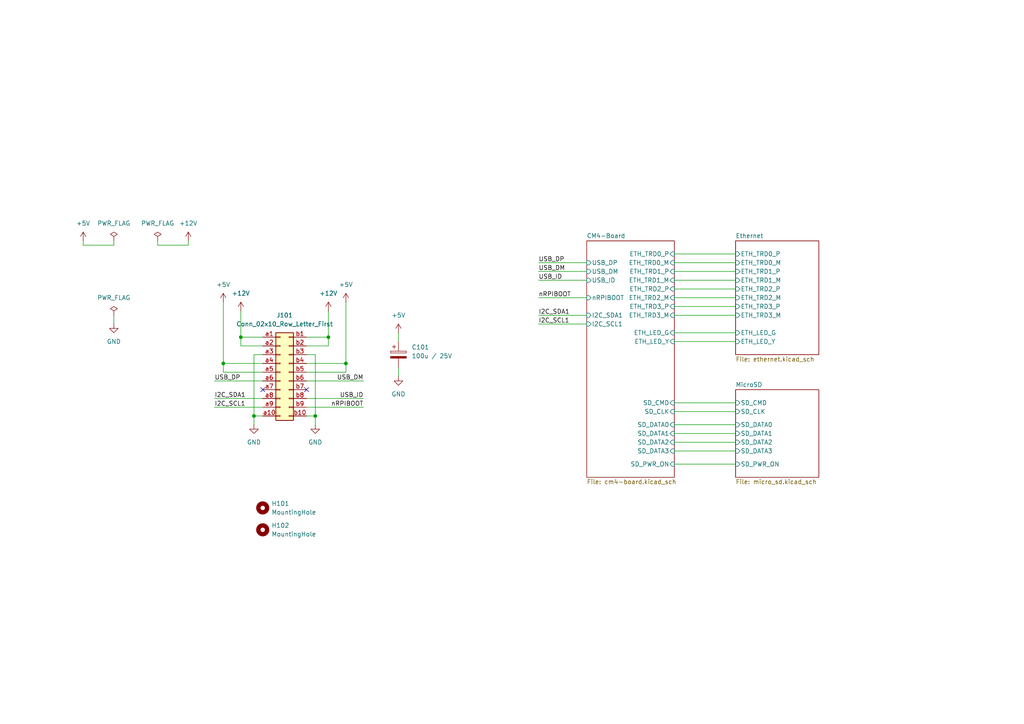
<source format=kicad_sch>
(kicad_sch (version 20250114) (generator "eeschema") (generator_version "9.0")
  (paper "A4")
  (title_block (title "Bus Connector") (rev "<<HASH>>") (company "Amateurfunkclub für Remote Stationen"))
  (lib_symbols
    (symbol "Connector_Generic:Conn_02x10_Row_Letter_First" (pin_names (offset 1.016) (hide yes))
      (property "Reference" "J" (at 1.27 12.7 0))
      (property "Value" "Conn_02x10_Row_Letter_First" (at 1.27 -15.24 0))
      (symbol "Conn_02x10_Row_Letter_First_1_1"
        (rectangle (start -1.27 11.43) (end 3.81 -13.97) (stroke (width 0.254)) (fill (type background)))
        (rectangle (start -1.27 10.287) (end 0 10.033) (stroke (width 0.1524)))
        (rectangle (start -1.27 7.747) (end 0 7.493) (stroke (width 0.1524)))
        (rectangle (start -1.27 5.207) (end 0 4.953) (stroke (width 0.1524)))
        (rectangle (start -1.27 2.667) (end 0 2.413) (stroke (width 0.1524)))
        (rectangle (start -1.27 0.127) (end 0 -0.127) (stroke (width 0.1524)))
        (rectangle (start -1.27 -2.413) (end 0 -2.667) (stroke (width 0.1524)))
        (rectangle (start -1.27 -4.953) (end 0 -5.207) (stroke (width 0.1524)))
        (rectangle (start -1.27 -7.493) (end 0 -7.747) (stroke (width 0.1524)))
        (rectangle (start -1.27 -10.033) (end 0 -10.287) (stroke (width 0.1524)))
        (rectangle (start -1.27 -12.573) (end 0 -12.827) (stroke (width 0.1524)))
        (rectangle (start 3.81 10.287) (end 2.54 10.033) (stroke (width 0.1524)))
        (rectangle (start 3.81 7.747) (end 2.54 7.493) (stroke (width 0.1524)))
        (rectangle (start 3.81 5.207) (end 2.54 4.953) (stroke (width 0.1524)))
        (rectangle (start 3.81 2.667) (end 2.54 2.413) (stroke (width 0.1524)))
        (rectangle (start 3.81 0.127) (end 2.54 -0.127) (stroke (width 0.1524)))
        (rectangle (start 3.81 -2.413) (end 2.54 -2.667) (stroke (width 0.1524)))
        (rectangle (start 3.81 -4.953) (end 2.54 -5.207) (stroke (width 0.1524)))
        (rectangle (start 3.81 -7.493) (end 2.54 -7.747) (stroke (width 0.1524)))
        (rectangle (start 3.81 -10.033) (end 2.54 -10.287) (stroke (width 0.1524)))
        (rectangle (start 3.81 -12.573) (end 2.54 -12.827) (stroke (width 0.1524)))
        (pin passive line (at -5.08 10.16 0) (length 3.81) (name "Pin_a1") (number "a1"))
        (pin passive line (at -5.08 7.62 0) (length 3.81) (name "Pin_a2") (number "a2"))
        (pin passive line (at -5.08 5.08 0) (length 3.81) (name "Pin_a3") (number "a3"))
        (pin passive line (at -5.08 2.54 0) (length 3.81) (name "Pin_a4") (number "a4"))
        (pin passive line (at -5.08 0 0) (length 3.81) (name "Pin_a5") (number "a5"))
        (pin passive line (at -5.08 -2.54 0) (length 3.81) (name "Pin_a6") (number "a6"))
        (pin passive line (at -5.08 -5.08 0) (length 3.81) (name "Pin_a7") (number "a7"))
        (pin passive line (at -5.08 -7.62 0) (length 3.81) (name "Pin_a8") (number "a8"))
        (pin passive line (at -5.08 -10.16 0) (length 3.81) (name "Pin_a9") (number "a9"))
        (pin passive line (at -5.08 -12.7 0) (length 3.81) (name "Pin_a10") (number "a10"))
        (pin passive line (at 7.62 10.16 180) (length 3.81) (name "Pin_b1") (number "b1"))
        (pin passive line (at 7.62 7.62 180) (length 3.81) (name "Pin_b2") (number "b2"))
        (pin passive line (at 7.62 5.08 180) (length 3.81) (name "Pin_b3") (number "b3"))
        (pin passive line (at 7.62 2.54 180) (length 3.81) (name "Pin_b4") (number "b4"))
        (pin passive line (at 7.62 0 180) (length 3.81) (name "Pin_b5") (number "b5"))
        (pin passive line (at 7.62 -2.54 180) (length 3.81) (name "Pin_b6") (number "b6"))
        (pin passive line (at 7.62 -5.08 180) (length 3.81) (name "Pin_b7") (number "b7"))
        (pin passive line (at 7.62 -7.62 180) (length 3.81) (name "Pin_b8") (number "b8"))
        (pin passive line (at 7.62 -10.16 180) (length 3.81) (name "Pin_b9") (number "b9"))
        (pin passive line (at 7.62 -12.7 180) (length 3.81) (name "Pin_b10") (number "b10"))
      )
    )
    (symbol "Device:C_Polarized" (pin_numbers (hide yes)) (pin_names (offset 0.254))
      (property "Reference" "C" (at 0.635 2.54 0))
      (property "Value" "C_Polarized" (at 0.635 -2.54 0))
      (symbol "C_Polarized_0_1"
        (rectangle (start -2.286 0.508) (end 2.286 1.016))
        (polyline (pts (xy -1.778 2.286) (xy -0.762 2.286)))
        (polyline (pts (xy -1.27 2.794) (xy -1.27 1.778)))
        (rectangle (start 2.286 -0.508) (end -2.286 -1.016) (fill (type outline)))
      )
      (symbol "C_Polarized_1_1"
        (pin passive line (at 0 3.81 270) (length 2.794) (name "~") (number "1"))
        (pin passive line (at 0 -3.81 90) (length 2.794) (name "~") (number "2"))
      )
    )
    (symbol "Mechanical:MountingHole" (pin_names (offset 1.016)) (exclude_from_sim yes) (in_bom no)
      (property "Reference" "H" (at 0 5.08 0))
      (property "Value" "MountingHole" (at 0 3.175 0))
      (symbol "MountingHole_0_1"
        (circle (center 0 0) (radius 1.27) (stroke (width 1.27)))
      )
    )
    (symbol "power:+12V" (power) (pin_numbers (hide yes)) (pin_names (offset 0) (hide yes))
      (property "Value" "+12V" (at 0 3.556 0))
      (symbol "+12V_0_1"
        (polyline (pts (xy -0.762 1.27) (xy 0 2.54)))
        (polyline (pts (xy 0 2.54) (xy 0.762 1.27)))
        (polyline (pts (xy 0 0) (xy 0 2.54)))
      )
      (symbol "+12V_1_1"
        (pin power_in line (at 0 0 90) (length 0) (name "~") (number "1"))
      )
    )
    (symbol "power:+5V" (power) (pin_numbers (hide yes)) (pin_names (offset 0) (hide yes))
      (property "Value" "+5V" (at 0 3.556 0))
      (symbol "+5V_0_1"
        (polyline (pts (xy -0.762 1.27) (xy 0 2.54)))
        (polyline (pts (xy 0 2.54) (xy 0.762 1.27)))
        (polyline (pts (xy 0 0) (xy 0 2.54)))
      )
      (symbol "+5V_1_1"
        (pin power_in line (at 0 0 90) (length 0) (name "~") (number "1"))
      )
    )
    (symbol "power:GND" (power) (pin_numbers (hide yes)) (pin_names (offset 0) (hide yes))
      (property "Value" "GND" (at 0 -3.81 0))
      (symbol "GND_0_1"
        (polyline (pts (xy 0 0) (xy 0 -1.27) (xy 1.27 -1.27) (xy 0 -2.54) (xy -1.27 -1.27) (xy 0 -1.27)))
      )
      (symbol "GND_1_1"
        (pin power_in line (at 0 0 270) (length 0) (name "~") (number "1"))
      )
    )
    (symbol "power:PWR_FLAG" (power) (pin_numbers (hide yes)) (pin_names (offset 0) (hide yes))
      (property "Value" "PWR_FLAG" (at 0 3.81 0))
      (symbol "PWR_FLAG_0_0"
        (pin power_out line (at 0 0 90) (length 0) (name "~") (number "1"))
      )
      (symbol "PWR_FLAG_0_1"
        (polyline (pts (xy 0 0) (xy 0 1.27) (xy -1.016 1.905) (xy 0 2.54) (xy 1.016 1.905) (xy 0 1.27)))
      )
    )
  )
  (junction (at 100.33 105.41))
  (junction (at 64.77 105.41))
  (junction (at 95.25 97.79))
  (junction (at 91.44 120.65))
  (junction (at 69.85 97.79))
  (junction (at 73.66 120.65))
  (no_connect (at 88.9 113.03))
  (no_connect (at 76.2 113.03))
  (wire (pts (xy 24.13 69.85) (xy 24.13 71.12)))
  (wire (pts (xy 156.21 93.98) (xy 170.18 93.98)))
  (wire (pts (xy 64.77 107.95) (xy 64.77 105.41)))
  (wire (pts (xy 195.58 91.44) (xy 213.36 91.44)))
  (wire (pts (xy 76.2 120.65) (xy 73.66 120.65)))
  (wire (pts (xy 156.21 78.74) (xy 170.18 78.74)))
  (wire (pts (xy 88.9 105.41) (xy 100.33 105.41)))
  (wire (pts (xy 73.66 120.65) (xy 73.66 123.19)))
  (wire (pts (xy 195.58 128.27) (xy 213.36 128.27)))
  (wire (pts (xy 88.9 97.79) (xy 95.25 97.79)))
  (wire (pts (xy 62.23 110.49) (xy 76.2 110.49)))
  (wire (pts (xy 76.2 107.95) (xy 64.77 107.95)))
  (wire (pts (xy 24.13 71.12) (xy 33.02 71.12)))
  (wire (pts (xy 115.57 106.68) (xy 115.57 109.22)))
  (wire (pts (xy 195.58 81.28) (xy 213.36 81.28)))
  (wire (pts (xy 156.21 76.2) (xy 170.18 76.2)))
  (wire (pts (xy 76.2 102.87) (xy 73.66 102.87)))
  (wire (pts (xy 88.9 102.87) (xy 91.44 102.87)))
  (wire (pts (xy 195.58 83.82) (xy 213.36 83.82)))
  (wire (pts (xy 100.33 107.95) (xy 100.33 105.41)))
  (wire (pts (xy 45.72 71.12) (xy 54.61 71.12)))
  (wire (pts (xy 88.9 100.33) (xy 95.25 100.33)))
  (wire (pts (xy 76.2 100.33) (xy 69.85 100.33)))
  (wire (pts (xy 195.58 88.9) (xy 213.36 88.9)))
  (wire (pts (xy 64.77 105.41) (xy 64.77 87.63)))
  (wire (pts (xy 76.2 105.41) (xy 64.77 105.41)))
  (wire (pts (xy 88.9 107.95) (xy 100.33 107.95)))
  (wire (pts (xy 88.9 120.65) (xy 91.44 120.65)))
  (wire (pts (xy 69.85 100.33) (xy 69.85 97.79)))
  (wire (pts (xy 88.9 118.11) (xy 105.41 118.11)))
  (wire (pts (xy 195.58 123.19) (xy 213.36 123.19)))
  (wire (pts (xy 195.58 73.66) (xy 213.36 73.66)))
  (wire (pts (xy 62.23 118.11) (xy 76.2 118.11)))
  (wire (pts (xy 95.25 97.79) (xy 95.25 90.17)))
  (wire (pts (xy 195.58 116.84) (xy 213.36 116.84)))
  (wire (pts (xy 156.21 86.36) (xy 170.18 86.36)))
  (wire (pts (xy 62.23 115.57) (xy 76.2 115.57)))
  (wire (pts (xy 95.25 100.33) (xy 95.25 97.79)))
  (wire (pts (xy 195.58 119.38) (xy 213.36 119.38)))
  (wire (pts (xy 195.58 86.36) (xy 213.36 86.36)))
  (wire (pts (xy 195.58 96.52) (xy 213.36 96.52)))
  (wire (pts (xy 54.61 71.12) (xy 54.61 69.85)))
  (wire (pts (xy 195.58 125.73) (xy 213.36 125.73)))
  (wire (pts (xy 115.57 96.52) (xy 115.57 99.06)))
  (wire (pts (xy 73.66 102.87) (xy 73.66 120.65)))
  (wire (pts (xy 33.02 91.44) (xy 33.02 93.98)))
  (wire (pts (xy 156.21 91.44) (xy 170.18 91.44)))
  (wire (pts (xy 195.58 99.06) (xy 213.36 99.06)))
  (wire (pts (xy 100.33 105.41) (xy 100.33 87.63)))
  (wire (pts (xy 45.72 69.85) (xy 45.72 71.12)))
  (wire (pts (xy 195.58 76.2) (xy 213.36 76.2)))
  (wire (pts (xy 195.58 130.81) (xy 213.36 130.81)))
  (wire (pts (xy 76.2 97.79) (xy 69.85 97.79)))
  (wire (pts (xy 195.58 134.62) (xy 213.36 134.62)))
  (wire (pts (xy 91.44 120.65) (xy 91.44 123.19)))
  (wire (pts (xy 156.21 81.28) (xy 170.18 81.28)))
  (wire (pts (xy 91.44 102.87) (xy 91.44 120.65)))
  (wire (pts (xy 88.9 115.57) (xy 105.41 115.57)))
  (wire (pts (xy 33.02 71.12) (xy 33.02 69.85)))
  (wire (pts (xy 195.58 78.74) (xy 213.36 78.74)))
  (wire (pts (xy 69.85 97.79) (xy 69.85 90.17)))
  (wire (pts (xy 88.9 110.49) (xy 105.41 110.49)))
  (label "I2C_SDA1" (at 156.21 91.44 0))
  (label "I2C_SCL1" (at 156.21 93.98 0))
  (label "USB_ID" (at 105.41 115.57 180))
  (label "USB_DP" (at 156.21 76.2 0))
  (label "I2C_SDA1" (at 62.23 115.57 0))
  (label "USB_ID" (at 156.21 81.28 0))
  (label "USB_DP" (at 62.23 110.49 0))
  (label "USB_DM" (at 156.21 78.74 0))
  (label "nRPIBOOT" (at 156.21 86.36 0))
  (label "USB_DM" (at 105.41 110.49 180))
  (label "nRPIBOOT" (at 105.41 118.11 180))
  (label "I2C_SCL1" (at 62.23 118.11 0))
  (symbol (lib_id "power:GND") (at 33.02 93.98 0) (unit 1)
    (property "Reference" "#PWR0107" (effects (hide yes)))
    (property "Value" "GND" (at 33.02 99.06 0))
    (property "Description" "Power symbol creates a global label with name \"GND\" , ground" (effects (hide yes)))
  )
  (symbol (lib_id "Device:C_Polarized") (at 115.57 102.87 0) (unit 1)
    (property "Reference" "C101" (at 119.38 100.7109 0) (effects (justify left)))
    (property "Value" "100u / 25V" (at 119.38 103.2509 0) (effects (justify left)))
    (property "Footprint" "Capacitor_Tantalum_SMD:CP_EIA-7343-43_Kemet-X_Pad2.25x2.55mm_HandSolder" (effects (hide yes)))
    (property "Description" "Polarized capacitor" (effects (hide yes)))
    (property "LCSC" "C7230" (effects (hide yes)))
  )
  (symbol (lib_id "power:GND") (at 91.44 123.19 0) (unit 1)
    (property "Reference" "#PWR0104" (effects (hide yes)))
    (property "Value" "GND" (at 91.44 128.27 0))
    (property "Description" "Power symbol creates a global label with name \"GND\" , ground" (effects (hide yes)))
  )
  (symbol (lib_id "power:+5V") (at 100.33 87.63 0) (unit 1)
    (property "Reference" "#PWR0106" (effects (hide yes)))
    (property "Value" "+5V" (at 100.33 82.55 0))
    (property "Description" "Power symbol creates a global label with name \"+5V\"" (effects (hide yes)))
  )
  (symbol (lib_id "Mechanical:MountingHole") (at 76.2 147.32 0) (unit 1) (exclude_from_sim yes) (in_bom no)
    (property "Reference" "H101" (at 78.74 146.0499 0) (effects (justify left)))
    (property "Value" "MountingHole" (at 78.74 148.5899 0) (effects (justify left)))
    (property "Footprint" "MountingHole:MountingHole_3.2mm_M3" (effects (hide yes)))
    (property "Description" "Mounting Hole without connection" (effects (hide yes)))
  )
  (symbol (lib_id "power:+5V") (at 24.13 69.85 0) (unit 1)
    (property "Reference" "#PWR0108" (effects (hide yes)))
    (property "Value" "+5V" (at 24.13 64.77 0))
    (property "Description" "Power symbol creates a global label with name \"+5V\"" (effects (hide yes)))
  )
  (symbol (lib_id "power:GND") (at 115.57 109.22 0) (unit 1)
    (property "Reference" "#PWR0111" (effects (hide yes)))
    (property "Value" "GND" (at 115.57 114.3 0))
    (property "Description" "Power symbol creates a global label with name \"GND\" , ground" (effects (hide yes)))
  )
  (symbol (lib_id "power:+5V") (at 64.77 87.63 0) (unit 1)
    (property "Reference" "#PWR0101" (effects (hide yes)))
    (property "Value" "+5V" (at 64.77 82.55 0))
    (property "Description" "Power symbol creates a global label with name \"+5V\"" (effects (hide yes)))
  )
  (symbol (lib_id "power:PWR_FLAG") (at 45.72 69.85 0) (unit 1)
    (property "Reference" "#FLG0102" (effects (hide yes)))
    (property "Value" "PWR_FLAG" (at 45.72 64.77 0))
    (property "Description" "Special symbol for telling ERC where power comes from" (effects (hide yes)))
  )
  (symbol (lib_id "power:+12V") (at 54.61 69.85 0) (unit 1)
    (property "Reference" "#PWR0109" (effects (hide yes)))
    (property "Value" "+12V" (at 54.61 64.77 0))
    (property "Description" "Power symbol creates a global label with name \"+12V\"" (effects (hide yes)))
  )
  (symbol (lib_id "Connector_Generic:Conn_02x10_Row_Letter_First") (at 81.28 107.95 0) (unit 1)
    (property "Reference" "J101" (at 82.55 91.44 0))
    (property "Value" "Conn_02x10_Row_Letter_First" (at 82.55 93.98 0))
    (property "Footprint" "PRJ:PCN10C-20S-2.54DS" (effects (hide yes)))
    (property "Description" "Generic connector, double row, 02x10, row letter first pin numbering scheme (pin number consists of a letter for the row and a number for the pin index in this row. a1, ..., aN; b1, ..., bN), script generated (kicad-library-utils/schlib/autogen/connector/)" (effects (hide yes)))
  )
  (symbol (lib_id "power:PWR_FLAG") (at 33.02 69.85 0) (unit 1)
    (property "Reference" "#FLG0101" (effects (hide yes)))
    (property "Value" "PWR_FLAG" (at 33.02 64.77 0))
    (property "Description" "Special symbol for telling ERC where power comes from" (effects (hide yes)))
  )
  (symbol (lib_id "power:+12V") (at 69.85 90.17 0) (unit 1)
    (property "Reference" "#PWR0102" (effects (hide yes)))
    (property "Value" "+12V" (at 69.85 85.09 0))
    (property "Description" "Power symbol creates a global label with name \"+12V\"" (effects (hide yes)))
  )
  (symbol (lib_id "power:GND") (at 73.66 123.19 0) (unit 1)
    (property "Reference" "#PWR0103" (effects (hide yes)))
    (property "Value" "GND" (at 73.66 128.27 0))
    (property "Description" "Power symbol creates a global label with name \"GND\" , ground" (effects (hide yes)))
  )
  (symbol (lib_id "power:+5V") (at 115.57 96.52 0) (unit 1)
    (property "Reference" "#PWR0110" (effects (hide yes)))
    (property "Value" "+5V" (at 115.57 91.44 0))
    (property "Description" "Power symbol creates a global label with name \"+5V\"" (effects (hide yes)))
  )
  (symbol (lib_id "power:+12V") (at 95.25 90.17 0) (unit 1)
    (property "Reference" "#PWR0105" (effects (hide yes)))
    (property "Value" "+12V" (at 95.25 85.09 0))
    (property "Description" "Power symbol creates a global label with name \"+12V\"" (effects (hide yes)))
  )
  (symbol (lib_id "Mechanical:MountingHole") (at 76.2 153.67 0) (unit 1) (exclude_from_sim yes) (in_bom no)
    (property "Reference" "H102" (at 78.74 152.3999 0) (effects (justify left)))
    (property "Value" "MountingHole" (at 78.74 154.9399 0) (effects (justify left)))
    (property "Footprint" "MountingHole:MountingHole_3.2mm_M3" (effects (hide yes)))
    (property "Description" "Mounting Hole without connection" (effects (hide yes)))
  )
  (symbol (lib_id "power:PWR_FLAG") (at 33.02 91.44 0) (unit 1)
    (property "Reference" "#FLG0103" (effects (hide yes)))
    (property "Value" "PWR_FLAG" (at 33.02 86.36 0))
    (property "Description" "Special symbol for telling ERC where power comes from" (effects (hide yes)))
  )
  (sheet (at 213.36 113.03) (size 24.13 25.4) (stroke (width 0.1524))
    (property "Sheetname" "MicroSD" (at 213.36 112.3184 0) (effects (justify left bottom)))
    (property "Sheetfile" "micro_sd.kicad_sch" (at 213.36 139.0146 0) (effects (justify left top)))
    (pin "SD_PWR_ON" input (at 213.36 134.62 180))
    (pin "SD_CLK" input (at 213.36 119.38 180))
    (pin "SD_DATA1" input (at 213.36 125.73 180))
    (pin "SD_DATA0" input (at 213.36 123.19 180))
    (pin "SD_DATA2" input (at 213.36 128.27 180))
    (pin "SD_DATA3" input (at 213.36 130.81 180))
    (pin "SD_CMD" input (at 213.36 116.84 180))
  )
  (sheet (at 213.36 69.85) (size 24.13 33.02) (stroke (width 0.1524))
    (property "Sheetname" "Ethernet" (at 213.36 69.1384 0) (effects (justify left bottom)))
    (property "Sheetfile" "ethernet.kicad_sch" (at 213.36 103.4546 0) (effects (justify left top)))
    (pin "ETH_LED_G" input (at 213.36 96.52 180))
    (pin "ETH_LED_Y" input (at 213.36 99.06 180))
    (pin "ETH_TRD0_M" input (at 213.36 76.2 180))
    (pin "ETH_TRD0_P" input (at 213.36 73.66 180))
    (pin "ETH_TRD1_M" input (at 213.36 81.28 180))
    (pin "ETH_TRD1_P" input (at 213.36 78.74 180))
    (pin "ETH_TRD2_M" input (at 213.36 86.36 180))
    (pin "ETH_TRD2_P" input (at 213.36 83.82 180))
    (pin "ETH_TRD3_M" input (at 213.36 91.44 180))
    (pin "ETH_TRD3_P" input (at 213.36 88.9 180))
  )
  (sheet (at 170.18 69.85) (size 25.4 68.58) (stroke (width 0.1524))
    (property "Sheetname" "CM4-Board" (at 170.18 69.1384 0) (effects (justify left bottom)))
    (property "Sheetfile" "cm4-board.kicad_sch" (at 170.18 139.0146 0) (effects (justify left top)))
    (pin "nRPIBOOT" input (at 170.18 86.36 180))
    (pin "SD_CMD" input (at 195.58 116.84 0))
    (pin "SD_CLK" input (at 195.58 119.38 0))
    (pin "SD_DATA0" input (at 195.58 123.19 0))
    (pin "SD_DATA3" input (at 195.58 130.81 0))
    (pin "SD_DATA1" input (at 195.58 125.73 0))
    (pin "SD_DATA2" input (at 195.58 128.27 0))
    (pin "SD_PWR_ON" input (at 195.58 134.62 0))
    (pin "I2C_SDA1" input (at 170.18 91.44 180))
    (pin "I2C_SCL1" input (at 170.18 93.98 180))
    (pin "ETH_LED_G" input (at 195.58 96.52 0))
    (pin "ETH_LED_Y" input (at 195.58 99.06 0))
    (pin "ETH_TRD0_M" input (at 195.58 76.2 0))
    (pin "ETH_TRD0_P" input (at 195.58 73.66 0))
    (pin "ETH_TRD1_M" input (at 195.58 81.28 0))
    (pin "ETH_TRD1_P" input (at 195.58 78.74 0))
    (pin "ETH_TRD2_M" input (at 195.58 86.36 0))
    (pin "ETH_TRD2_P" input (at 195.58 83.82 0))
    (pin "ETH_TRD3_M" input (at 195.58 91.44 0))
    (pin "ETH_TRD3_P" input (at 195.58 88.9 0))
    (pin "USB_DM" input (at 170.18 78.74 180))
    (pin "USB_DP" input (at 170.18 76.2 180))
    (pin "USB_ID" input (at 170.18 81.28 180))
  )
)
</source>
